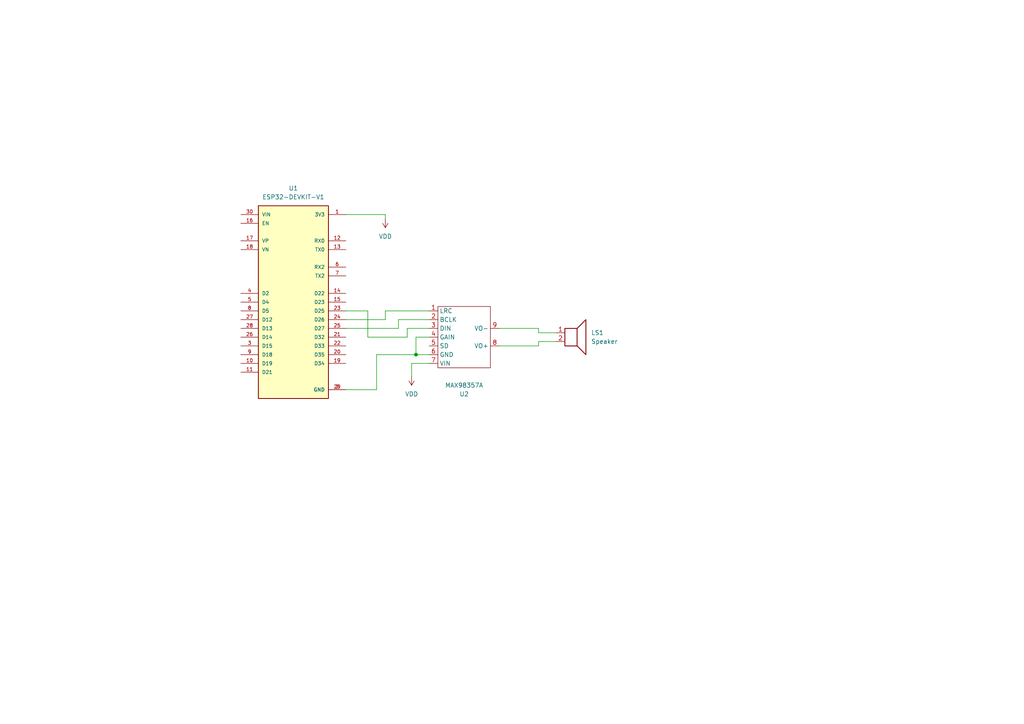
<source format=kicad_sch>
(kicad_sch (version 20211123) (generator eeschema)
  (paper "A4")
  (lib_symbols
    (symbol "Device:Speaker" (pin_names (offset 0) hide)
      (property "Reference" "LS" (at 1.27 5.715 0))
      (property "Value" "Speaker" (at 1.27 3.81 0))
      (symbol "Speaker_0_0"
        (rectangle (start -2.54 1.27) (end 1.016 -3.81) (stroke (width 0.254)))
        (polyline (pts (xy 1.016 1.27) (xy 3.556 3.81) (xy 3.556 -6.35) (xy 1.016 -3.81)) (stroke (width 0.254)))
      )
      (symbol "Speaker_1_1"
        (pin input line (at -5.08 0 0) (length 2.54) (name "1") (number "1"))
        (pin input line (at -5.08 -2.54 0) (length 2.54) (name "2") (number "2"))
      )
    )
    (symbol "ESP32-DEVKIT-V1:ESP32-DEVKIT-V1" (pin_names (offset 1.016))
      (property "Reference" "U" (at -10.16 30.48 0))
      (property "Value" "ESP32-DEVKIT-V1" (at -10.16 -30.48 0))
      (symbol "ESP32-DEVKIT-V1_0_0"
        (rectangle (start -10.16 -27.94) (end 10.16 27.94) (stroke (width 0.254)) (fill (type background)))
        (pin output line (at 15.24 25.4 180) (length 5.08) (name "3V3") (number "1"))
        (pin bidirectional line (at -15.24 -17.78 0) (length 5.08) (name "D19") (number "10"))
        (pin bidirectional line (at -15.24 -20.32 0) (length 5.08) (name "D21") (number "11"))
        (pin input line (at 15.24 17.78 180) (length 5.08) (name "RX0") (number "12"))
        (pin output line (at 15.24 15.24 180) (length 5.08) (name "TX0") (number "13"))
        (pin bidirectional line (at 15.24 2.54 180) (length 5.08) (name "D22") (number "14"))
        (pin bidirectional line (at 15.24 0 180) (length 5.08) (name "D23") (number "15"))
        (pin input line (at -15.24 22.86 0) (length 5.08) (name "EN") (number "16"))
        (pin bidirectional line (at -15.24 17.78 0) (length 5.08) (name "VP") (number "17"))
        (pin bidirectional line (at -15.24 15.24 0) (length 5.08) (name "VN") (number "18"))
        (pin bidirectional line (at 15.24 -17.78 180) (length 5.08) (name "D34") (number "19"))
        (pin power_in line (at 15.24 -25.4 180) (length 5.08) (name "GND") (number "2"))
        (pin bidirectional line (at 15.24 -15.24 180) (length 5.08) (name "D35") (number "20"))
        (pin bidirectional line (at 15.24 -10.16 180) (length 5.08) (name "D32") (number "21"))
        (pin bidirectional line (at 15.24 -12.7 180) (length 5.08) (name "D33") (number "22"))
        (pin bidirectional line (at 15.24 -2.54 180) (length 5.08) (name "D25") (number "23"))
        (pin bidirectional line (at 15.24 -5.08 180) (length 5.08) (name "D26") (number "24"))
        (pin bidirectional line (at 15.24 -7.62 180) (length 5.08) (name "D27") (number "25"))
        (pin bidirectional line (at -15.24 -10.16 0) (length 5.08) (name "D14") (number "26"))
        (pin bidirectional line (at -15.24 -5.08 0) (length 5.08) (name "D12") (number "27"))
        (pin bidirectional line (at -15.24 -7.62 0) (length 5.08) (name "D13") (number "28"))
        (pin power_in line (at 15.24 -25.4 180) (length 5.08) (name "GND") (number "29"))
        (pin bidirectional line (at -15.24 -12.7 0) (length 5.08) (name "D15") (number "3"))
        (pin input line (at -15.24 25.4 0) (length 5.08) (name "VIN") (number "30"))
        (pin bidirectional line (at -15.24 2.54 0) (length 5.08) (name "D2") (number "4"))
        (pin bidirectional line (at -15.24 0 0) (length 5.08) (name "D4") (number "5"))
        (pin input line (at 15.24 10.16 180) (length 5.08) (name "RX2") (number "6"))
        (pin output line (at 15.24 7.62 180) (length 5.08) (name "TX2") (number "7"))
        (pin bidirectional line (at -15.24 -2.54 0) (length 5.08) (name "D5") (number "8"))
        (pin bidirectional line (at -15.24 -15.24 0) (length 5.08) (name "D18") (number "9"))
      )
    )
    (symbol "MAX98357A:MAX98357A"
      (property "Reference" "U" (at -27.94 0 0))
      (property "Value" "MAX98357A" (at -27.94 -2.54 0))
      (property "Footprint" "MAX98357A:MAX98357A_board" (at -27.94 2.54 0))
      (symbol "MAX98357A_0_1"
        (rectangle (start -8.89 5.08) (end 8.89 -10.16))
      )
      (symbol "MAX98357A_1_1"
        (pin input line (at -7.62 -12.7 90) (length 2.54) (name "LRC") (number "1"))
        (pin input line (at -5.08 -12.7 90) (length 2.54) (name "BCLK") (number "2"))
        (pin input line (at -2.54 -12.7 90) (length 2.54) (name "DIN") (number "3"))
        (pin input line (at 0 -12.7 90) (length 2.54) (name "GAIN") (number "4"))
        (pin output line (at 2.54 -12.7 90) (length 2.54) (name "SD") (number "5"))
        (pin input line (at 5.08 -12.7 90) (length 2.54) (name "GND") (number "6"))
        (pin input line (at 7.62 -12.7 90) (length 2.54) (name "VIN") (number "7"))
        (pin output line (at 2.54 7.62 270) (length 2.54) (name "VO+") (number "8"))
        (pin output line (at -2.54 7.62 270) (length 2.54) (name "VO-") (number "9"))
      )
    )
    (symbol "power:VDD" (power) (pin_names (offset 0))
      (property "Value" "VDD" (at 0 3.81 0))
      (symbol "VDD_0_1"
        (polyline (pts (xy -0.762 1.27) (xy 0 2.54)))
        (polyline (pts (xy 0 0) (xy 0 2.54)))
        (polyline (pts (xy 0 2.54) (xy 0.762 1.27)))
      )
      (symbol "VDD_1_1"
        (pin power_in line (at 0 0 90) (length 0) hide (name "VDD") (number "1"))
      )
    )
  )
  (junction (at 120.65 102.87))
  (wire (pts (xy 156.21 96.52) (xy 161.29 96.52)))
  (wire (pts (xy 109.22 113.03) (xy 100.33 113.03)))
  (wire (pts (xy 124.46 102.87) (xy 120.65 102.87)))
  (wire (pts (xy 115.57 92.71) (xy 115.57 95.25)))
  (wire (pts (xy 119.38 105.41) (xy 119.38 109.22)))
  (wire (pts (xy 124.46 97.79) (xy 120.65 97.79)))
  (wire (pts (xy 118.11 95.25) (xy 118.11 97.79)))
  (wire (pts (xy 111.76 62.23) (xy 111.76 63.5)))
  (wire (pts (xy 100.33 92.71) (xy 111.76 92.71)))
  (wire (pts (xy 144.78 95.25) (xy 156.21 95.25)))
  (wire (pts (xy 120.65 97.79) (xy 120.65 102.87)))
  (wire (pts (xy 100.33 62.23) (xy 111.76 62.23)))
  (wire (pts (xy 118.11 97.79) (xy 106.68 97.79)))
  (wire (pts (xy 156.21 99.06) (xy 156.21 100.33)))
  (wire (pts (xy 120.65 102.87) (xy 109.22 102.87)))
  (wire (pts (xy 124.46 92.71) (xy 115.57 92.71)))
  (wire (pts (xy 109.22 102.87) (xy 109.22 113.03)))
  (wire (pts (xy 156.21 95.25) (xy 156.21 96.52)))
  (wire (pts (xy 106.68 90.17) (xy 100.33 90.17)))
  (wire (pts (xy 106.68 97.79) (xy 106.68 90.17)))
  (wire (pts (xy 124.46 105.41) (xy 119.38 105.41)))
  (wire (pts (xy 161.29 99.06) (xy 156.21 99.06)))
  (wire (pts (xy 111.76 90.17) (xy 124.46 90.17)))
  (wire (pts (xy 124.46 95.25) (xy 118.11 95.25)))
  (wire (pts (xy 156.21 100.33) (xy 144.78 100.33)))
  (wire (pts (xy 111.76 92.71) (xy 111.76 90.17)))
  (wire (pts (xy 115.57 95.25) (xy 100.33 95.25)))
  (symbol (lib_id "power:VDD") (at 111.76 63.5 180) (unit 1)
    (property "Reference" "#PWR01" (effects hide))
    (property "Value" "VDD" (at 111.76 68.58 0))
  )
  (symbol (lib_id "ESP32-DEVKIT-V1:ESP32-DEVKIT-V1") (at 85.09 87.63 0) (unit 1)
    (property "Reference" "U1" (at 85.09 54.61 0))
    (property "Value" "ESP32-DEVKIT-V1" (at 85.09 57.15 0))
    (property "Footprint" "ESP32-DEVKIT-V1:MODULE_ESP32-DEVKIT_V1" (effects hide))
    (property "PARTREV" "N/A" (effects hide))
    (property "MANUFACTURER" "DOIT" (effects hide))
    (property "MAXIMUM_PACKAGE_HEIGHT" "6.8 mm" (effects hide))
    (property "STANDARD" "Manufacturer Recommendations" (effects hide))
  )
  (symbol (lib_id "Device:Speaker") (at 166.37 96.52 0) (unit 1)
    (property "Reference" "LS1" (at 171.45 96.5199 0) (effects (justify left)))
    (property "Value" "Speaker" (at 171.45 99.0599 0) (effects (justify left)))
    (property "Footprint" "Speaker me:Speaker" (effects hide))
  )
  (symbol (lib_id "power:VDD") (at 119.38 109.22 180) (unit 1)
    (property "Reference" "#PWR02" (effects hide))
    (property "Value" "VDD" (at 119.38 114.3 0))
  )
  (symbol (lib_id "MAX98357A:MAX98357A") (at 137.16 97.79 270) (unit 1)
    (property "Reference" "U2" (at 134.62 114.3 90))
    (property "Value" "MAX98357A" (at 134.62 111.76 90))
    (property "Footprint" "MAX98357A:MAX98357A_board" (effects hide))
  )
)
</source>
